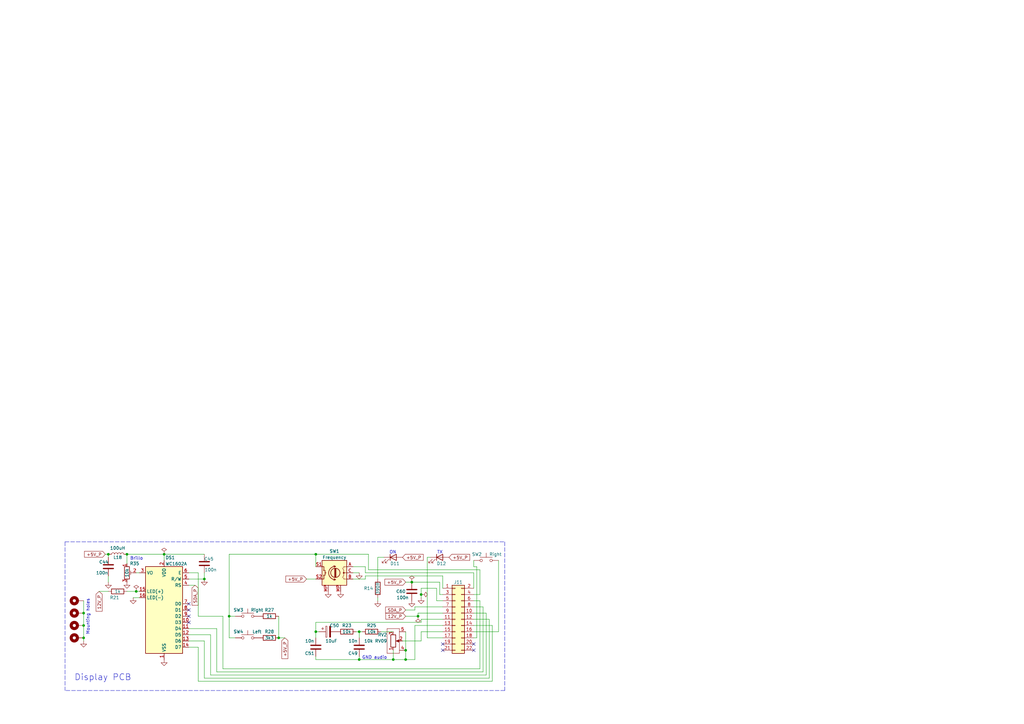
<source format=kicad_sch>
(kicad_sch (version 20211123) (generator eeschema)
  (paper "A3")
  (title_block (title "Software Defined Transceiver") (date "2022-05-21") (rev "1.0") (comment 1 "Pere López EA3AGK"))
  (lib_symbols
    (symbol "Connector_Generic:Conn_02x11_Odd_Even" (pin_names (offset 1.016) hide)
      (property "Reference" "J" (at 1.27 15.24 0))
      (property "Value" "Conn_02x11_Odd_Even" (at 1.27 -15.24 0))
      (symbol "Conn_02x11_Odd_Even_1_1"
        (rectangle (start -1.27 -12.573) (end 0 -12.827) (stroke (width 0.1524)))
        (rectangle (start -1.27 -10.033) (end 0 -10.287) (stroke (width 0.1524)))
        (rectangle (start -1.27 -7.493) (end 0 -7.747) (stroke (width 0.1524)))
        (rectangle (start -1.27 -4.953) (end 0 -5.207) (stroke (width 0.1524)))
        (rectangle (start -1.27 -2.413) (end 0 -2.667) (stroke (width 0.1524)))
        (rectangle (start -1.27 0.127) (end 0 -0.127) (stroke (width 0.1524)))
        (rectangle (start -1.27 2.667) (end 0 2.413) (stroke (width 0.1524)))
        (rectangle (start -1.27 5.207) (end 0 4.953) (stroke (width 0.1524)))
        (rectangle (start -1.27 7.747) (end 0 7.493) (stroke (width 0.1524)))
        (rectangle (start -1.27 10.287) (end 0 10.033) (stroke (width 0.1524)))
        (rectangle (start -1.27 12.827) (end 0 12.573) (stroke (width 0.1524)))
        (rectangle (start -1.27 13.97) (end 3.81 -13.97) (stroke (width 0.254)) (fill (type background)))
        (rectangle (start 3.81 -12.573) (end 2.54 -12.827) (stroke (width 0.1524)))
        (rectangle (start 3.81 -10.033) (end 2.54 -10.287) (stroke (width 0.1524)))
        (rectangle (start 3.81 -7.493) (end 2.54 -7.747) (stroke (width 0.1524)))
        (rectangle (start 3.81 -4.953) (end 2.54 -5.207) (stroke (width 0.1524)))
        (rectangle (start 3.81 -2.413) (end 2.54 -2.667) (stroke (width 0.1524)))
        (rectangle (start 3.81 0.127) (end 2.54 -0.127) (stroke (width 0.1524)))
        (rectangle (start 3.81 2.667) (end 2.54 2.413) (stroke (width 0.1524)))
        (rectangle (start 3.81 5.207) (end 2.54 4.953) (stroke (width 0.1524)))
        (rectangle (start 3.81 7.747) (end 2.54 7.493) (stroke (width 0.1524)))
        (rectangle (start 3.81 10.287) (end 2.54 10.033) (stroke (width 0.1524)))
        (rectangle (start 3.81 12.827) (end 2.54 12.573) (stroke (width 0.1524)))
        (pin passive line (at -5.08 12.7 0) (length 3.81) (name "Pin_1") (number "1"))
        (pin passive line (at 7.62 2.54 180) (length 3.81) (name "Pin_10") (number "10"))
        (pin passive line (at -5.08 0 0) (length 3.81) (name "Pin_11") (number "11"))
        (pin passive line (at 7.62 0 180) (length 3.81) (name "Pin_12") (number "12"))
        (pin passive line (at -5.08 -2.54 0) (length 3.81) (name "Pin_13") (number "13"))
        (pin passive line (at 7.62 -2.54 180) (length 3.81) (name "Pin_14") (number "14"))
        (pin passive line (at -5.08 -5.08 0) (length 3.81) (name "Pin_15") (number "15"))
        (pin passive line (at 7.62 -5.08 180) (length 3.81) (name "Pin_16") (number "16"))
        (pin passive line (at -5.08 -7.62 0) (length 3.81) (name "Pin_17") (number "17"))
        (pin passive line (at 7.62 -7.62 180) (length 3.81) (name "Pin_18") (number "18"))
        (pin passive line (at -5.08 -10.16 0) (length 3.81) (name "Pin_19") (number "19"))
        (pin passive line (at 7.62 12.7 180) (length 3.81) (name "Pin_2") (number "2"))
        (pin passive line (at 7.62 -10.16 180) (length 3.81) (name "Pin_20") (number "20"))
        (pin passive line (at -5.08 -12.7 0) (length 3.81) (name "Pin_21") (number "21"))
        (pin passive line (at 7.62 -12.7 180) (length 3.81) (name "Pin_22") (number "22"))
        (pin passive line (at -5.08 10.16 0) (length 3.81) (name "Pin_3") (number "3"))
        (pin passive line (at 7.62 10.16 180) (length 3.81) (name "Pin_4") (number "4"))
        (pin passive line (at -5.08 7.62 0) (length 3.81) (name "Pin_5") (number "5"))
        (pin passive line (at 7.62 7.62 180) (length 3.81) (name "Pin_6") (number "6"))
        (pin passive line (at -5.08 5.08 0) (length 3.81) (name "Pin_7") (number "7"))
        (pin passive line (at 7.62 5.08 180) (length 3.81) (name "Pin_8") (number "8"))
        (pin passive line (at -5.08 2.54 0) (length 3.81) (name "Pin_9") (number "9"))
      )
    )
    (symbol "Device:C" (pin_numbers hide) (pin_names (offset 0.254))
      (property "Reference" "C" (at 0.635 2.54 0))
      (property "Value" "C" (at 0.635 -2.54 0))
      (symbol "C_0_1"
        (polyline (pts (xy -2.032 -0.762) (xy 2.032 -0.762)) (stroke (width 0.508)))
        (polyline (pts (xy -2.032 0.762) (xy 2.032 0.762)) (stroke (width 0.508)))
      )
      (symbol "C_1_1"
        (pin passive line (at 0 3.81 270) (length 2.794) (name "~") (number "1"))
        (pin passive line (at 0 -3.81 90) (length 2.794) (name "~") (number "2"))
      )
    )
    (symbol "Device:C_Polarized" (pin_numbers hide) (pin_names (offset 0.254))
      (property "Reference" "C" (at 0.635 2.54 0))
      (property "Value" "C_Polarized" (at 0.635 -2.54 0))
      (symbol "C_Polarized_0_1"
        (rectangle (start -2.286 0.508) (end 2.286 1.016))
        (polyline (pts (xy -1.778 2.286) (xy -0.762 2.286)))
        (polyline (pts (xy -1.27 2.794) (xy -1.27 1.778)))
        (rectangle (start 2.286 -0.508) (end -2.286 -1.016) (fill (type outline)))
      )
      (symbol "C_Polarized_1_1"
        (pin passive line (at 0 3.81 270) (length 2.794) (name "~") (number "1"))
        (pin passive line (at 0 -3.81 90) (length 2.794) (name "~") (number "2"))
      )
    )
    (symbol "Device:L" (pin_numbers hide) (pin_names (offset 1.016) hide)
      (property "Reference" "L" (at -1.27 0 90))
      (property "Value" "L" (at 1.905 0 90))
      (symbol "L_0_1"
        (arc (start 0 -2.54) (mid 0.635 -1.905) (end 0 -1.27))
        (arc (start 0 -1.27) (mid 0.635 -0.635) (end 0 0))
        (arc (start 0 0) (mid 0.635 0.635) (end 0 1.27))
        (arc (start 0 1.27) (mid 0.635 1.905) (end 0 2.54))
      )
      (symbol "L_1_1"
        (pin passive line (at 0 3.81 270) (length 1.27) (name "1") (number "1"))
        (pin passive line (at 0 -3.81 90) (length 1.27) (name "2") (number "2"))
      )
    )
    (symbol "Device:LED" (pin_numbers hide) (pin_names (offset 1.016) hide)
      (property "Reference" "D" (at 0 2.54 0))
      (property "Value" "LED" (at 0 -2.54 0))
      (symbol "LED_0_1"
        (polyline (pts (xy -1.27 -1.27) (xy -1.27 1.27)) (stroke (width 0.254)))
        (polyline (pts (xy -1.27 0) (xy 1.27 0)))
        (polyline (pts (xy 1.27 -1.27) (xy 1.27 1.27) (xy -1.27 0) (xy 1.27 -1.27)) (stroke (width 0.254)))
        (polyline (pts (xy -3.048 -0.762) (xy -4.572 -2.286) (xy -3.81 -2.286) (xy -4.572 -2.286) (xy -4.572 -1.524)))
        (polyline (pts (xy -1.778 -0.762) (xy -3.302 -2.286) (xy -2.54 -2.286) (xy -3.302 -2.286) (xy -3.302 -1.524)))
      )
      (symbol "LED_1_1"
        (pin passive line (at -3.81 0 0) (length 2.54) (name "K") (number "1"))
        (pin passive line (at 3.81 0 180) (length 2.54) (name "A") (number "2"))
      )
    )
    (symbol "Device:R" (pin_numbers hide) (pin_names (offset 0))
      (property "Reference" "R" (at 2.032 0 90))
      (property "Value" "R" (at 0 0 90))
      (symbol "R_0_1"
        (rectangle (start -1.016 -2.54) (end 1.016 2.54) (stroke (width 0.254)))
      )
      (symbol "R_1_1"
        (pin passive line (at 0 3.81 270) (length 1.27) (name "~") (number "1"))
        (pin passive line (at 0 -3.81 90) (length 1.27) (name "~") (number "2"))
      )
    )
    (symbol "Device:R_Potentiometer" (pin_names (offset 1.016) hide)
      (property "Reference" "RV2" (at -2.54 -2.54 0))
      (property "Value" "10k RV09" (at -2.54 0 0))
      (symbol "R_Potentiometer_0_1"
        (rectangle (start -2.54 5.08) (end 2.54 -5.08) (stroke (width 0.1524)))
        (polyline (pts (xy 2.54 0) (xy 1.524 0)))
        (polyline (pts (xy 1.143 0) (xy 2.286 0.508) (xy 2.286 -0.508) (xy 1.143 0)) (fill (type outline)))
        (rectangle (start 1.016 2.54) (end -1.016 -2.54) (stroke (width 0.254)))
      )
      (symbol "R_Potentiometer_1_1"
        (pin passive line (at 0 3.81 270) (length 1.27) (name "1") (number "1"))
        (pin passive line (at 3.81 0 180) (length 1.27) (name "2") (number "2"))
        (pin passive line (at 0 -3.81 90) (length 1.27) (name "3") (number "3"))
        (pin passive line (at 5.08 3.81 180) (length 2.54) (name "MP") (number "4"))
        (pin passive line (at 5.08 -3.81 180) (length 2.54) (name "MP") (number "5"))
      )
    )
    (symbol "Device:R_Potentiometer_Trim" (pin_names (offset 1.016) hide)
      (property "Reference" "RV" (at -4.445 0 90))
      (property "Value" "R_Potentiometer_Trim" (at -2.54 0 90))
      (symbol "R_Potentiometer_Trim_0_1"
        (polyline (pts (xy 1.524 0.762) (xy 1.524 -0.762)))
        (polyline (pts (xy 2.54 0) (xy 1.524 0)))
        (rectangle (start 1.016 2.54) (end -1.016 -2.54) (stroke (width 0.254)))
      )
      (symbol "R_Potentiometer_Trim_1_1"
        (pin passive line (at 0 3.81 270) (length 1.27) (name "1") (number "1"))
        (pin passive line (at 3.81 0 180) (length 1.27) (name "2") (number "2"))
        (pin passive line (at 0 -3.81 90) (length 1.27) (name "3") (number "3"))
      )
    )
    (symbol "Display_Character:WC1602A"
      (property "Reference" "DS" (at -5.842 19.05 0))
      (property "Value" "WC1602A" (at 5.334 19.05 0))
      (symbol "WC1602A_1_1"
        (rectangle (start -7.62 17.78) (end 7.62 -17.78) (stroke (width 0.254)) (fill (type background)))
        (pin power_in line (at 0 -20.32 90) (length 2.54) (name "VSS") (number "1"))
        (pin input line (at -10.16 -5.08 0) (length 2.54) (name "D3") (number "10"))
        (pin input line (at -10.16 -7.62 0) (length 2.54) (name "D4") (number "11"))
        (pin input line (at -10.16 -10.16 0) (length 2.54) (name "D5") (number "12"))
        (pin input line (at -10.16 -12.7 0) (length 2.54) (name "D6") (number "13"))
        (pin input line (at -10.16 -15.24 0) (length 2.54) (name "D7") (number "14"))
        (pin power_in line (at 10.16 7.62 180) (length 2.54) (name "LED(+)") (number "15"))
        (pin power_in line (at 10.16 5.08 180) (length 2.54) (name "LED(-)") (number "16"))
        (pin power_in line (at 0 20.32 270) (length 2.54) (name "VDD") (number "2"))
        (pin input line (at 10.16 15.24 180) (length 2.54) (name "VO") (number "3"))
        (pin input line (at -10.16 10.16 0) (length 2.54) (name "RS") (number "4"))
        (pin input line (at -10.16 12.7 0) (length 2.54) (name "R/W") (number "5"))
        (pin input line (at -10.16 15.24 0) (length 2.54) (name "E") (number "6"))
        (pin input line (at -10.16 2.54 0) (length 2.54) (name "D0") (number "7"))
        (pin input line (at -10.16 0 0) (length 2.54) (name "D1") (number "8"))
        (pin input line (at -10.16 -2.54 0) (length 2.54) (name "D2") (number "9"))
      )
    )
    (symbol "Mechanical:MountingHole_Pad" (pin_numbers hide) (pin_names (offset 1.016) hide)
      (property "Reference" "H" (at 0 6.35 0))
      (property "Value" "MountingHole_Pad" (at 0 4.445 0))
      (symbol "MountingHole_Pad_0_1"
        (circle (center 0 1.27) (radius 1.27) (stroke (width 1.27)))
      )
      (symbol "MountingHole_Pad_1_1"
        (pin input line (at 0 -2.54 90) (length 2.54) (name "1") (number "1"))
      )
    )
    (symbol "Rotary_Encoder_Switch-Device_1" (pin_names (offset 0.254) hide)
      (property "Reference" "SW1" (at 0 -9.3218 0))
      (property "Value" "Frequency" (at 0 -7.0104 0))
      (symbol "Rotary_Encoder_Switch-Device_1_0_1"
        (rectangle (start -5.08 5.08) (end 5.08 -5.08) (stroke (width 0.254)) (fill (type background)))
        (circle (center -3.81 0) (radius 0.254) (fill (type outline)))
        (arc (start -0.381 -2.794) (mid 2.3622 -0.0508) (end -0.381 2.667) (stroke (width 0.254)))
        (circle (center -0.381 0) (radius 1.905) (stroke (width 0.254)))
        (polyline (pts (xy -0.635 -1.778) (xy -0.635 1.778)) (stroke (width 0.254)))
        (polyline (pts (xy -0.381 -1.778) (xy -0.381 1.778)) (stroke (width 0.254)))
        (polyline (pts (xy -0.127 1.778) (xy -0.127 -1.778)) (stroke (width 0.254)))
        (polyline (pts (xy 3.81 0) (xy 3.429 0)) (stroke (width 0.254)))
        (polyline (pts (xy 3.81 1.016) (xy 3.81 -1.016)) (stroke (width 0.254)))
        (polyline (pts (xy -5.08 -2.54) (xy -3.81 -2.54) (xy -3.81 -2.032)))
        (polyline (pts (xy -5.08 2.54) (xy -3.81 2.54) (xy -3.81 2.032)))
        (polyline (pts (xy 0.254 -3.048) (xy -0.508 -2.794) (xy 0.127 -2.413)) (stroke (width 0.254)))
        (polyline (pts (xy 0.254 2.921) (xy -0.508 2.667) (xy 0.127 2.286)) (stroke (width 0.254)))
        (polyline (pts (xy 5.08 -2.54) (xy 4.318 -2.54) (xy 4.318 -1.016)) (stroke (width 0.254)))
        (polyline (pts (xy 5.08 2.54) (xy 4.318 2.54) (xy 4.318 1.016)) (stroke (width 0.254)))
        (polyline (pts (xy -5.08 0) (xy -3.81 0) (xy -3.81 -1.016) (xy -3.302 -2.032)))
        (polyline (pts (xy -4.318 0) (xy -3.81 0) (xy -3.81 1.016) (xy -3.302 2.032)))
        (circle (center 4.318 -1.016) (radius 0.127) (stroke (width 0.254)))
        (circle (center 4.318 1.016) (radius 0.127) (stroke (width 0.254)))
      )
      (symbol "Rotary_Encoder_Switch-Device_1_1_1"
        (pin passive line (at -7.62 2.54 0) (length 2.54) (name "A") (number "A"))
        (pin passive line (at -7.62 -2.54 0) (length 2.54) (name "B") (number "B"))
        (pin passive line (at -7.62 0 0) (length 2.54) (name "C") (number "C"))
        (pin passive line (at -2.54 -7.62 90) (length 2.54) (name "MP") (number "MP"))
        (pin passive line (at 2.54 -7.62 90) (length 2.54) (name "MP") (number "MP"))
        (pin passive line (at 7.62 2.54 180) (length 2.54) (name "S1") (number "S1"))
        (pin passive line (at 7.62 -2.54 180) (length 2.54) (name "S2") (number "S2"))
      )
    )
    (symbol "Switch:SW_Push" (pin_numbers hide) (pin_names (offset 1.016) hide)
      (property "Reference" "SW" (at 1.27 2.54 0))
      (property "Value" "SW_Push" (at 0 -1.524 0))
      (symbol "SW_Push_0_1"
        (circle (center -2.032 0) (radius 0.508))
        (polyline (pts (xy 0 1.27) (xy 0 3.048)))
        (polyline (pts (xy 2.54 1.27) (xy -2.54 1.27)))
        (circle (center 2.032 0) (radius 0.508))
        (pin passive line (at -5.08 0 0) (length 2.54) (name "1") (number "1"))
        (pin passive line (at 5.08 0 180) (length 2.54) (name "2") (number "2"))
      )
    )
    (symbol "power:GND1" (power) (pin_names (offset 0))
      (property "Value" "GND1" (at 0 -3.81 0))
      (symbol "GND1_0_1"
        (polyline (pts (xy 0 0) (xy 0 -1.27) (xy 1.27 -1.27) (xy 0 -2.54) (xy -1.27 -1.27) (xy 0 -1.27)))
      )
      (symbol "GND1_1_1"
        (pin power_in line (at 0 0 270) (length 0) hide (name "GND1") (number "1"))
      )
    )
    (symbol "power:PWR_FLAG" (power) (pin_numbers hide) (pin_names (offset 0) hide)
      (property "Value" "PWR_FLAG" (at 0 3.81 0))
      (symbol "PWR_FLAG_0_0"
        (pin power_out line (at 0 0 90) (length 0) (name "pwr") (number "1"))
      )
      (symbol "PWR_FLAG_0_1"
        (polyline (pts (xy 0 0) (xy 0 1.27) (xy -1.016 1.905) (xy 0 2.54) (xy 1.016 1.905) (xy 0 1.27)))
      )
    )
  )
  (junction (at 34.29 261.62))
  (junction (at 147.32 259.08))
  (junction (at 129.54 227.33))
  (junction (at 172.72 243.84))
  (junction (at 161.29 270.51))
  (junction (at 44.45 227.33))
  (junction (at 114.3 261.62))
  (junction (at 83.82 237.49))
  (junction (at 34.29 256.54))
  (junction (at 52.07 227.33))
  (junction (at 67.31 227.33))
  (junction (at 166.37 266.7))
  (junction (at 129.54 259.08))
  (junction (at 166.37 270.51))
  (junction (at 55.88 242.57))
  (junction (at 171.45 252.73))
  (junction (at 93.98 252.73))
  (junction (at 34.29 251.46))
  (junction (at 168.91 238.76))
  (junction (at 147.32 270.51))
  (no_connect (at 181.61 266.7))
  (no_connect (at 194.31 266.7))
  (no_connect (at 194.31 264.16))
  (no_connect (at 181.61 264.16))
  (no_connect (at 77.47 255.27))
  (no_connect (at 77.47 252.73))
  (no_connect (at 77.47 250.19))
  (no_connect (at 77.47 247.65))
  (wire (pts (xy 34.29 261.62) (xy 34.29 256.54)))
  (wire (pts (xy 129.54 227.33) (xy 151.13 227.33)))
  (wire (pts (xy 194.31 232.41) (xy 195.58 232.41)))
  (wire (pts (xy 93.98 227.33) (xy 129.54 227.33)))
  (wire (pts (xy 55.88 242.57) (xy 57.15 242.57)))
  (wire (pts (xy 55.88 234.95) (xy 57.15 234.95)))
  (wire (pts (xy 44.45 238.76) (xy 44.45 236.22)))
  (wire (pts (xy 34.29 256.54) (xy 34.29 251.46)))
  (wire (pts (xy 88.9 257.81) (xy 88.9 275.59)))
  (wire (pts (xy 44.45 227.33) (xy 44.45 228.6)))
  (wire (pts (xy 83.82 278.13) (xy 200.66 278.13)))
  (wire (pts (xy 194.31 229.87) (xy 194.31 232.41)))
  (wire (pts (xy 166.37 266.7) (xy 166.37 270.51)))
  (wire (pts (xy 172.72 245.11) (xy 172.72 243.84)))
  (wire (pts (xy 172.72 254) (xy 181.61 254)))
  (wire (pts (xy 196.85 233.68) (xy 196.85 243.84)))
  (wire (pts (xy 86.36 260.35) (xy 86.36 276.86)))
  (wire (pts (xy 168.91 238.76) (xy 180.34 238.76)))
  (wire (pts (xy 148.59 259.08) (xy 147.32 259.08)))
  (wire (pts (xy 200.66 254) (xy 194.31 254)))
  (wire (pts (xy 201.93 279.4) (xy 201.93 256.54)))
  (wire (pts (xy 204.47 229.87) (xy 204.47 259.08)))
  (wire (pts (xy 151.13 233.68) (xy 196.85 233.68)))
  (wire (pts (xy 77.47 240.03) (xy 80.01 240.03)))
  (wire (pts (xy 180.34 243.84) (xy 181.61 243.84)))
  (wire (pts (xy 171.45 251.46) (xy 181.61 251.46)))
  (wire (pts (xy 166.37 250.19) (xy 170.18 250.19)))
  (wire (pts (xy 149.86 234.95) (xy 194.31 234.95)))
  (wire (pts (xy 129.54 255.27) (xy 172.72 255.27)))
  (wire (pts (xy 91.44 252.73) (xy 81.28 252.73)))
  (wire (pts (xy 165.1 262.89) (xy 172.72 262.89)))
  (polyline (pts (xy 207.01 222.25) (xy 207.01 283.21)))
  (wire (pts (xy 172.72 259.08) (xy 172.72 262.89)))
  (wire (pts (xy 144.78 234.95) (xy 147.32 234.95)))
  (wire (pts (xy 172.72 243.84) (xy 172.72 241.3)))
  (wire (pts (xy 195.58 261.62) (xy 194.31 261.62)))
  (wire (pts (xy 91.44 274.32) (xy 91.44 252.73)))
  (wire (pts (xy 43.18 227.33) (xy 44.45 227.33)))
  (wire (pts (xy 161.29 270.51) (xy 166.37 270.51)))
  (wire (pts (xy 147.32 261.62) (xy 147.32 259.08)))
  (wire (pts (xy 129.54 270.51) (xy 147.32 270.51)))
  (wire (pts (xy 114.3 252.73) (xy 114.3 261.62)))
  (wire (pts (xy 172.72 241.3) (xy 179.07 241.3)))
  (wire (pts (xy 161.29 266.7) (xy 161.29 270.51)))
  (polyline (pts (xy 207.01 283.21) (xy 26.67 283.21)))
  (wire (pts (xy 147.32 259.08) (xy 146.05 259.08)))
  (wire (pts (xy 52.07 231.14) (xy 52.07 227.33)))
  (wire (pts (xy 166.37 270.51) (xy 170.18 270.51)))
  (wire (pts (xy 154.94 245.11) (xy 154.94 246.38)))
  (wire (pts (xy 154.94 237.49) (xy 154.94 228.6)))
  (wire (pts (xy 86.36 276.86) (xy 199.39 276.86)))
  (wire (pts (xy 144.78 232.41) (xy 149.86 232.41)))
  (wire (pts (xy 171.45 252.73) (xy 171.45 251.46)))
  (wire (pts (xy 181.61 236.22) (xy 181.61 241.3)))
  (wire (pts (xy 204.47 259.08) (xy 194.31 259.08)))
  (wire (pts (xy 151.13 227.33) (xy 151.13 233.68)))
  (wire (pts (xy 166.37 259.08) (xy 166.37 266.7)))
  (wire (pts (xy 81.28 279.4) (xy 201.93 279.4)))
  (wire (pts (xy 166.37 252.73) (xy 171.45 252.73)))
  (wire (pts (xy 147.32 270.51) (xy 161.29 270.51)))
  (wire (pts (xy 34.29 261.62) (xy 34.29 262.89)))
  (polyline (pts (xy 26.67 222.25) (xy 26.67 283.21)))
  (wire (pts (xy 52.07 227.33) (xy 67.31 227.33)))
  (wire (pts (xy 77.47 265.43) (xy 81.28 265.43)))
  (wire (pts (xy 179.07 246.38) (xy 181.61 246.38)))
  (wire (pts (xy 196.85 246.38) (xy 194.31 246.38)))
  (wire (pts (xy 88.9 275.59) (xy 198.12 275.59)))
  (wire (pts (xy 199.39 251.46) (xy 199.39 276.86)))
  (wire (pts (xy 81.28 265.43) (xy 81.28 279.4)))
  (wire (pts (xy 77.47 260.35) (xy 86.36 260.35)))
  (wire (pts (xy 175.26 228.6) (xy 175.26 261.62)))
  (wire (pts (xy 52.07 242.57) (xy 55.88 242.57)))
  (wire (pts (xy 34.29 251.46) (xy 34.29 246.38)))
  (wire (pts (xy 77.47 257.81) (xy 88.9 257.81)))
  (wire (pts (xy 81.28 234.95) (xy 77.47 234.95)))
  (wire (pts (xy 170.18 250.19) (xy 170.18 248.92)))
  (wire (pts (xy 179.07 241.3) (xy 179.07 246.38)))
  (wire (pts (xy 195.58 232.41) (xy 195.58 261.62)))
  (wire (pts (xy 129.54 259.08) (xy 129.54 255.27)))
  (wire (pts (xy 125.73 237.49) (xy 129.54 237.49)))
  (wire (pts (xy 129.54 259.08) (xy 129.54 261.62)))
  (wire (pts (xy 172.72 255.27) (xy 172.72 254)))
  (wire (pts (xy 67.31 227.33) (xy 67.31 229.87)))
  (wire (pts (xy 114.3 261.62) (xy 116.84 261.62)))
  (wire (pts (xy 83.82 237.49) (xy 83.82 234.95)))
  (wire (pts (xy 96.52 252.73) (xy 93.98 252.73)))
  (wire (pts (xy 170.18 256.54) (xy 170.18 270.51)))
  (wire (pts (xy 194.31 256.54) (xy 201.93 256.54)))
  (wire (pts (xy 93.98 252.73) (xy 93.98 227.33)))
  (wire (pts (xy 67.31 227.33) (xy 83.82 227.33)))
  (wire (pts (xy 130.81 259.08) (xy 129.54 259.08)))
  (wire (pts (xy 149.86 236.22) (xy 181.61 236.22)))
  (wire (pts (xy 154.94 228.6) (xy 157.48 228.6)))
  (wire (pts (xy 149.86 237.49) (xy 149.86 236.22)))
  (wire (pts (xy 170.18 256.54) (xy 181.61 256.54)))
  (wire (pts (xy 196.85 274.32) (xy 196.85 246.38)))
  (wire (pts (xy 194.31 241.3) (xy 194.31 234.95)))
  (wire (pts (xy 172.72 259.08) (xy 181.61 259.08)))
  (wire (pts (xy 77.47 237.49) (xy 83.82 237.49)))
  (wire (pts (xy 200.66 278.13) (xy 200.66 254)))
  (wire (pts (xy 54.61 245.11) (xy 57.15 245.11)))
  (wire (pts (xy 83.82 262.89) (xy 83.82 278.13)))
  (wire (pts (xy 180.34 238.76) (xy 180.34 243.84)))
  (wire (pts (xy 147.32 269.24) (xy 147.32 270.51)))
  (wire (pts (xy 91.44 274.32) (xy 196.85 274.32)))
  (wire (pts (xy 149.86 232.41) (xy 149.86 234.95)))
  (wire (pts (xy 175.26 261.62) (xy 181.61 261.62)))
  (wire (pts (xy 170.18 248.92) (xy 181.61 248.92)))
  (wire (pts (xy 93.98 261.62) (xy 96.52 261.62)))
  (wire (pts (xy 198.12 248.92) (xy 194.31 248.92)))
  (wire (pts (xy 199.39 251.46) (xy 194.31 251.46)))
  (wire (pts (xy 144.78 237.49) (xy 149.86 237.49)))
  (wire (pts (xy 166.37 238.76) (xy 168.91 238.76)))
  (wire (pts (xy 156.21 259.08) (xy 161.29 259.08)))
  (polyline (pts (xy 26.67 222.25) (xy 207.01 222.25)))
  (wire (pts (xy 129.54 269.24) (xy 129.54 270.51)))
  (wire (pts (xy 196.85 243.84) (xy 194.31 243.84)))
  (wire (pts (xy 129.54 232.41) (xy 129.54 227.33)))
  (wire (pts (xy 77.47 262.89) (xy 83.82 262.89)))
  (wire (pts (xy 93.98 252.73) (xy 93.98 261.62)))
  (wire (pts (xy 198.12 275.59) (xy 198.12 248.92)))
  (wire (pts (xy 40.64 242.57) (xy 44.45 242.57)))
  (wire (pts (xy 175.26 228.6) (xy 176.53 228.6)))
  (wire (pts (xy 81.28 252.73) (xy 81.28 234.95)))
  (text "TX" (at 181.61 227.33 180) (effects (font (size 1.27 1.27)) (justify right bottom)))
  (text "Brillo\n" (at 53.34 229.87 0) (effects (font (size 1.27 1.27)) (justify left bottom)))
  (text "Mounting holes" (at 36.83 260.35 90) (effects (font (size 1.27 1.27)) (justify left bottom)))
  (text "GND audio\n" (at 158.75 270.51 180) (effects (font (size 1.27 1.27)) (justify right bottom)))
  (text "Display PCB" (at 30.48 279.4 0) (effects (font (size 2.54 2.54)) (justify left bottom)))
  (text "ON" (at 162.56 227.33 180) (effects (font (size 1.27 1.27)) (justify right bottom)))
  (global_label "+5V_P" (shape input) (at 166.37 238.76 180) (property "Referencias entre hojas" "${INTERSHEET_REFS}" (effects hide)))
  (global_label "12V_P" (shape input) (at 166.37 252.73 180) (property "Referencias entre hojas" "${INTERSHEET_REFS}" (effects hide)))
  (global_label "+5V_P" (shape input) (at 184.15 228.6 0) (property "Referencias entre hojas" "${INTERSHEET_REFS}" (effects hide)))
  (global_label "SDA_P" (shape input) (at 80.01 240.03 270) (property "Referencias entre hojas" "${INTERSHEET_REFS}" (effects hide)))
  (global_label "SDA_P" (shape input) (at 166.37 250.19 180) (property "Referencias entre hojas" "${INTERSHEET_REFS}" (effects hide)))
  (global_label "+5V_P" (shape input) (at 165.1 228.6 0) (property "Referencias entre hojas" "${INTERSHEET_REFS}" (effects hide)))
  (global_label "+5V_P" (shape input) (at 43.18 227.33 180) (property "Referencias entre hojas" "${INTERSHEET_REFS}" (effects hide)))
  (global_label "12V_P" (shape input) (at 40.64 242.57 270) (property "Referencias entre hojas" "${INTERSHEET_REFS}" (effects hide)))
  (global_label "+5V_P" (shape input) (at 125.73 237.49 180) (property "Referencias entre hojas" "${INTERSHEET_REFS}" (effects hide)))
  (global_label "+5V_P" (shape input) (at 116.84 261.62 270) (property "Referencias entre hojas" "${INTERSHEET_REFS}" (effects hide)))
  (symbol (lib_name "Rotary_Encoder_Switch-Device_1") (lib_id "SDR_1-rescue:Rotary_Encoder_Switch-Device") (at 137.16 234.95 0) (mirror y) (unit 1)
    (property "Reference" "SW1" (at 137.16 226.06 0))
    (property "Value" "Frequency" (at 137.16 228.6 0))
    (property "Footprint" "PERE:RotaryEncoder_Alps_EC11E_Vertical_H20mm" (effects hide))
  )
  (symbol (lib_id "power:GND1") (at 67.31 270.51 0) (unit 1)
    (property "Reference" "#PWR081" (effects hide))
    (property "Value" "GND1" (effects hide))
  )
  (symbol (lib_id "power:GND1") (at 83.82 237.49 0) (unit 1)
    (property "Reference" "#PWR082" (effects hide))
    (property "Value" "GND1" (effects hide))
  )
  (symbol (lib_id "Mechanical:MountingHole_Pad") (at 31.75 261.62 90) (unit 1)
    (property "Reference" "H8" (effects hide))
    (property "Value" "MountingHole_Pad" (effects hide))
    (property "Footprint" "MountingHole:MountingHole_3.2mm_M3_Pad_TopBottom" (effects hide))
  )
  (symbol (lib_id "Device:R") (at 110.49 261.62 90) (unit 1)
    (property "Reference" "R28" (at 110.49 259.08 90))
    (property "Value" "3k3" (at 110.49 261.62 90))
    (property "Footprint" "Resistor_SMD:R_0805_2012Metric_Pad1.20x1.40mm_HandSolder" (effects hide))
  )
  (symbol (lib_id "Device:C") (at 129.54 265.43 180) (unit 1)
    (property "Reference" "C51" (at 127 267.97 0))
    (property "Value" "10n" (at 127 262.89 0))
    (property "Footprint" "Capacitor_SMD:C_0805_2012Metric" (effects hide))
  )
  (symbol (lib_id "Device:R") (at 142.24 259.08 270) (mirror x) (unit 1)
    (property "Reference" "R23" (at 142.24 256.54 90))
    (property "Value" "10k" (at 142.24 259.08 90))
    (property "Footprint" "Resistor_SMD:R_0805_2012Metric_Pad1.20x1.40mm_HandSolder" (effects hide))
  )
  (symbol (lib_id "power:PWR_FLAG") (at 171.45 252.73 180) (unit 1)
    (property "Reference" "#FLG02" (effects hide))
    (property "Value" "PWR_FLAG" (effects hide))
  )
  (symbol (lib_id "power:GND1") (at 34.29 262.89 0) (unit 1)
    (property "Reference" "#PWR0127" (effects hide))
    (property "Value" "GND1" (effects hide))
  )
  (symbol (lib_id "Switch:SW_Push") (at 101.6 252.73 0) (unit 1)
    (property "Reference" "SW3" (at 97.79 250.19 0))
    (property "Value" "Right" (at 105.41 250.19 0))
    (property "Footprint" "PERE:SW_PUSH_6mm" (effects hide))
  )
  (symbol (lib_id "Device:R") (at 48.26 242.57 90) (unit 1)
    (property "Reference" "R21" (at 46.99 245.11 90))
    (property "Value" "1k" (at 48.26 242.57 90))
    (property "Footprint" "Resistor_SMD:R_0805_2012Metric_Pad1.20x1.40mm_HandSolder" (effects hide))
  )
  (symbol (lib_id "Device:C") (at 147.32 265.43 180) (unit 1)
    (property "Reference" "C49" (at 144.78 267.97 0))
    (property "Value" "10n" (at 144.78 262.89 0))
    (property "Footprint" "Capacitor_SMD:C_0805_2012Metric" (effects hide))
  )
  (symbol (lib_id "power:GND1") (at 44.45 238.76 0) (unit 1)
    (property "Reference" "#PWR036" (effects hide))
    (property "Value" "GND1" (effects hide))
  )
  (symbol (lib_id "Device:R") (at 110.49 252.73 90) (unit 1)
    (property "Reference" "R27" (at 110.49 250.19 90))
    (property "Value" "1k" (at 110.49 252.73 90))
    (property "Footprint" "Resistor_SMD:R_0805_2012Metric_Pad1.20x1.40mm_HandSolder" (effects hide))
  )
  (symbol (lib_id "Device:LED") (at 180.34 228.6 0) (unit 1)
    (property "Reference" "D12" (at 179.07 231.14 0) (effects (justify left)))
    (property "Value" "LED" (effects hide))
    (property "Footprint" "LED_THT:LED_D3.0mm" (effects hide))
  )
  (symbol (lib_id "power:GND1") (at 54.61 245.11 0) (unit 1)
    (property "Reference" "#PWR080" (effects hide))
    (property "Value" "GND1" (effects hide))
  )
  (symbol (lib_id "Device:R") (at 154.94 241.3 180) (unit 1)
    (property "Reference" "R14" (at 151.13 241.3 0))
    (property "Value" "390R" (at 154.94 241.3 90))
    (property "Footprint" "Resistor_SMD:R_0805_2012Metric_Pad1.20x1.40mm_HandSolder" (effects hide))
  )
  (symbol (lib_id "Device:L") (at 48.26 227.33 90) (unit 1)
    (property "Reference" "L18" (at 48.26 228.6 90))
    (property "Value" "100uH" (at 48.26 224.79 90))
    (property "Footprint" "Inductor_SMD:L_1210_3225Metric_Pad1.42x2.65mm_HandSolder" (effects hide))
  )
  (symbol (lib_id "power:PWR_FLAG") (at 67.31 227.33 0) (unit 1)
    (property "Reference" "#FLG0111" (effects hide))
    (property "Value" "PWR_FLAG" (effects hide))
  )
  (symbol (lib_id "Mechanical:MountingHole_Pad") (at 31.75 246.38 90) (unit 1)
    (property "Reference" "H5" (effects hide))
    (property "Value" "MountingHole_Pad" (effects hide))
    (property "Footprint" "MountingHole:MountingHole_3.2mm_M3_Pad_TopBottom" (effects hide))
  )
  (symbol (lib_id "Device:C") (at 44.45 232.41 180) (unit 1)
    (property "Reference" "C44" (at 40.64 230.505 0) (effects (justify right)))
    (property "Value" "100n" (at 39.37 234.95 0) (effects (justify right)))
    (property "Footprint" "Capacitor_SMD:C_0805_2012Metric" (effects hide))
  )
  (symbol (lib_id "Mechanical:MountingHole_Pad") (at 31.75 251.46 90) (unit 1)
    (property "Reference" "H6" (effects hide))
    (property "Value" "MountingHole_Pad" (effects hide))
    (property "Footprint" "MountingHole:MountingHole_3.2mm_M3_Pad_TopBottom" (effects hide))
  )
  (symbol (lib_id "power:PWR_FLAG") (at 168.91 238.76 0) (unit 1)
    (property "Reference" "#FLG01" (effects hide))
    (property "Value" "PWR_FLAG" (effects hide))
  )
  (symbol (lib_id "Device:R_Potentiometer_Trim") (at 52.07 234.95 0) (unit 1)
    (property "Reference" "R35" (at 57.15 231.14 0) (effects (justify right)))
    (property "Value" "10k" (at 52.07 234.95 90))
    (property "Footprint" "PERE:Potentiometer_Piher_PT-10-V10_Vertical" (effects hide))
  )
  (symbol (lib_id "power:GND1") (at 134.62 242.57 0) (unit 1)
    (property "Reference" "#PWR0130" (effects hide))
    (property "Value" "GND1" (effects hide))
  )
  (symbol (lib_id "power:GND1") (at 168.91 246.38 0) (unit 1)
    (property "Reference" "#PWR0105" (effects hide))
    (property "Value" "GND1" (effects hide))
  )
  (symbol (lib_id "Mechanical:MountingHole_Pad") (at 31.75 256.54 90) (unit 1)
    (property "Reference" "H7" (effects hide))
    (property "Value" "MountingHole_Pad" (effects hide))
    (property "Footprint" "MountingHole:MountingHole_3.2mm_M3_Pad_TopBottom" (effects hide))
  )
  (symbol (lib_id "Device:R_Potentiometer") (at 161.29 262.89 0) (mirror x) (unit 1)
    (property "Reference" "RV2" (at 158.75 260.35 0) (effects (justify right)))
    (property "Value" "10k RV09" (at 158.75 262.89 0) (effects (justify right)))
    (property "Footprint" "PERE:Potentiometer_Alps_RK09K" (effects hide))
  )
  (symbol (lib_id "Device:LED") (at 161.29 228.6 0) (unit 1)
    (property "Reference" "D11" (at 160.02 231.14 0) (effects (justify left)))
    (property "Value" "LED" (effects hide))
    (property "Footprint" "LED_THT:LED_D3.0mm" (effects hide))
  )
  (symbol (lib_id "power:GND1") (at 52.07 238.76 0) (unit 1)
    (property "Reference" "#PWR062" (effects hide))
    (property "Value" "GND1" (effects hide))
  )
  (symbol (lib_id "power:GND1") (at 147.32 234.95 0) (unit 1)
    (property "Reference" "#PWR090" (effects hide))
    (property "Value" "GND1" (effects hide))
  )
  (symbol (lib_id "Device:C_Polarized") (at 134.62 259.08 90) (mirror x) (unit 1)
    (property "Reference" "C50" (at 137.16 256.54 90))
    (property "Value" "10uF" (at 135.89 262.89 90))
    (property "Footprint" "Capacitor_SMD:C_Elec_5x5.4" (effects hide))
  )
  (symbol (lib_id "Device:R") (at 152.4 259.08 270) (mirror x) (unit 1)
    (property "Reference" "R25" (at 152.4 256.54 90))
    (property "Value" "10k" (at 152.4 259.08 90))
    (property "Footprint" "Resistor_SMD:R_0805_2012Metric_Pad1.20x1.40mm_HandSolder" (effects hide))
  )
  (symbol (lib_id "power:GND1") (at 172.72 245.11 0) (unit 1)
    (property "Reference" "#PWR0114" (effects hide))
    (property "Value" "GND1" (effects hide))
  )
  (symbol (lib_id "power:GND1") (at 154.94 246.38 0) (unit 1)
    (property "Reference" "#PWR056" (effects hide))
    (property "Value" "GND1" (effects hide))
  )
  (symbol (lib_id "Connector_Generic:Conn_02x11_Odd_Even") (at 186.69 254 0) (unit 1)
    (property "Reference" "J11" (at 187.96 238.76 0))
    (property "Value" "Conn_02x11_Odd_Even" (effects hide))
    (property "Footprint" "PERE:PinHeader_2x11_P2.54mm_Horizontal" (effects hide))
  )
  (symbol (lib_id "Switch:SW_Push") (at 101.6 261.62 0) (unit 1)
    (property "Reference" "SW4" (at 97.79 259.08 0))
    (property "Value" "Left" (at 105.41 259.08 0))
    (property "Footprint" "PERE:SW_PUSH_6mm" (effects hide))
  )
  (symbol (lib_id "power:GND1") (at 139.7 242.57 0) (unit 1)
    (property "Reference" "#PWR0131" (effects hide))
    (property "Value" "GND1" (effects hide))
  )
  (symbol (lib_id "Device:C") (at 83.82 231.14 0) (mirror x) (unit 1)
    (property "Reference" "C45" (at 87.63 229.235 0) (effects (justify right)))
    (property "Value" "100n" (at 88.9 233.68 0) (effects (justify right)))
    (property "Footprint" "Capacitor_SMD:C_0805_2012Metric" (effects hide))
  )
  (symbol (lib_id "Device:C") (at 168.91 242.57 0) (mirror x) (unit 1)
    (property "Reference" "C60" (at 166.37 242.57 0) (effects (justify right)))
    (property "Value" "100n" (at 167.64 245.11 0) (effects (justify right)))
    (property "Footprint" "Capacitor_SMD:C_0805_2012Metric" (effects hide))
  )
  (symbol (lib_id "power:PWR_FLAG") (at 55.88 242.57 0) (unit 1)
    (property "Reference" "#FLG0110" (effects hide))
    (property "Value" "PWR_FLAG" (effects hide))
  )
  (symbol (lib_id "Switch:SW_Push") (at 199.39 229.87 0) (unit 1)
    (property "Reference" "SW2" (at 195.58 227.33 0))
    (property "Value" "Right" (at 203.2 227.33 0))
    (property "Footprint" "PERE:SW_PUSH_6mm" (effects hide))
  )
  (symbol (lib_id "Display_Character:WC1602A") (at 67.31 250.19 0) (mirror y) (unit 1)
    (property "Reference" "DS1" (at 67.8306 228.7102 0) (effects (justify right)))
    (property "Value" "WC1602A" (at 67.8306 231.2471 0) (effects (justify right)))
    (property "Footprint" "Display:WC1602A" (effects hide))
    (property "Datasheet" "http://www.wincomlcd.com/pdf/WC1602A-SFYLYHTC06.pdf" (effects hide))
  )
  (symbol (lib_id "power:PWR_FLAG") (at 172.72 243.84 270) (unit 1)
    (property "Reference" "#FLG03" (effects hide))
    (property "Value" "PWR_FLAG" (effects hide))
  )
)
</source>
